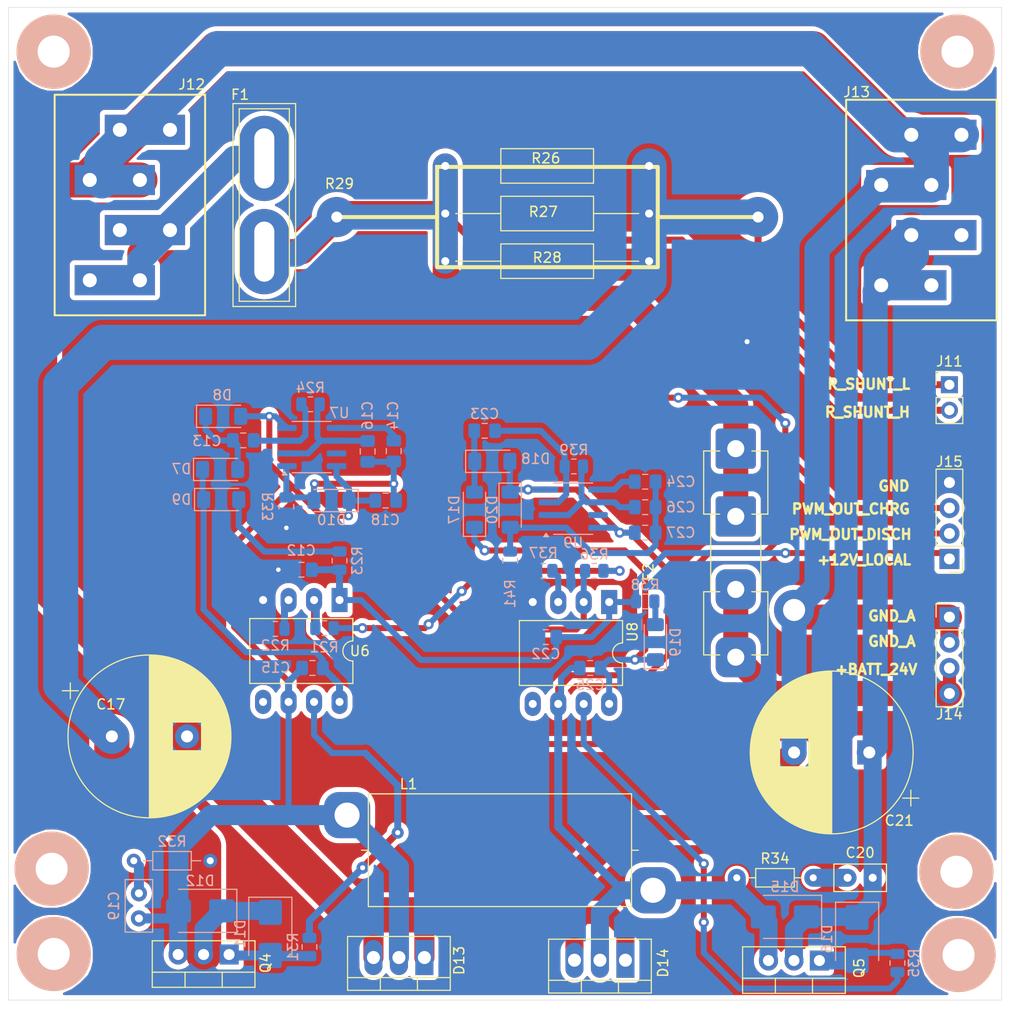
<source format=kicad_pcb>
(kicad_pcb (version 20240108) (generator "pcbnew") (generator_version "8.0")
  (layers (0 "F.Cu" signal) (31 "B.Cu" signal) (34 "B.Paste" user) (35 "F.Paste" user) (36 "B.SilkS" user "B.Silkscreen") (37 "F.SilkS" user "F.Silkscreen") (38 "B.Mask" user) (39 "F.Mask" user) (44 "Edge.Cuts" user))
  (net 0 "")
  (net 1 "GND")
  (net 2 "+5V")
  (net 3 "+12V_LOCAL")
  (net 4 "Net-(D7-A)")
  (net 5 "GNDA")
  (net 6 "Net-(U7-Q)")
  (net 7 "Net-(D10-A)")
  (net 8 "Net-(U7-CV)")
  (net 9 "Net-(D10-K)")
  (net 10 "Net-(D7-K)")
  (net 11 "Net-(U7-THR)")
  (net 12 "R_shunt_L")
  (net 13 "Net-(C19-Pad1)")
  (net 14 "Net-(D15-A1)")
  (net 15 "Net-(C20-Pad1)")
  (net 16 "Net-(D17-A)")
  (net 17 "Net-(U9-Q)")
  (net 18 "Net-(U9-CV)")
  (net 19 "Net-(D20-A)")
  (net 20 "Net-(D17-K)")
  (net 21 "Net-(D14-A)")
  (net 22 "Net-(U9-THR)")
  (net 23 "Net-(D9-A)")
  (net 24 "Net-(D11-A2)")
  (net 25 "Net-(D16-A2)")
  (net 26 "Net-(D19-A)")
  (net 27 "Net-(J12-Pin_3)")
  (net 28 "R_shunt_H")
  (net 29 "+BATT_24V")
  (net 30 "PWM_OUT_CHRG")
  (net 31 "PWM_OUT_DISCH")
  (net 32 "Net-(U6-L_IN)")
  (net 33 "Net-(U6-HO)")
  (net 34 "Net-(U8-HO)")
  (net 35 "Net-(U8-L_IN)")
  (footprint "My-Footprints:Resistor-Power-5W-L22-W10" (layer "F.Cu") (at 44.725 71.9)
    (property "Reference" "R29")
    (property "Value" "20A/75mV")
  )
  (footprint "My-Footprints:TO-220-3_V_Thick_Pads" (layer "F.Cu") (at 75.5 146.0225 180)
    (property "Reference" "D14")
    (property "Value" "YM3045")
  )
  (footprint "My-Footprints-connectors:Flat-6,3mm-connector-4P" (layer "F.Cu") (at 33.6 59.7 -90)
    (property "Reference" "J12")
    (property "Value" "BATT_IN")
  )
  (footprint "My-Footprints:Fuseholder_Clip-5x20mm_Eaton_1A5601-01_Inline_P20.80x6.76mm_D1.70mm_Horizontal" (layer "F.Cu") (at 86.5 115.8 90)
    (property "Reference" "F2")
    (property "Value" "2A")
  )
  (footprint "My-Footprints:Mount-Hole-3mm" (layer "F.Cu") (at 108.5 137.2)
    (property "Reference" "H6")
    (property "Value" "MountingHole")
  )
  (footprint "Package_TO_SOT_THT:TO-220-3_Vertical" (layer "F.Cu") (at 94.84 146.055 180)
    (property "Reference" "Q5")
    (property "Value" "IRF540N")
  )
  (footprint "My-Footprints-connectors:Flat-6,3mm-connector-4P" (layer "F.Cu") (at 97.5 82.2 90)
    (property "Reference" "J13")
    (property "Value" "BATT_OUT")
  )
  (footprint "Resistor_THT:R_Axial_DIN0309_L9.0mm_D3.2mm_P20.32mm_Horizontal" (layer "F.Cu") (at 57.54 71.55)
    (property "Reference" "R27")
    (property "Value" "20A/75mV")
  )
  (footprint "My-Footprints-connectors:PinHeader_1x04_P2.54mm_Vertical_littleBigger" (layer "F.Cu") (at 107.8 111.8)
    (property "Reference" "J14")
    (property "Value" "batt-24V-balancer")
  )
  (footprint "Connector_PinHeader_2.54mm:PinHeader_1x02_P2.54mm_Vertical" (layer "F.Cu") (at 107.8 88.625)
    (property "Reference" "J11")
    (property "Value" "R-Shunt")
  )
  (footprint "Capacitor_THT:CP_Radial_D16.0mm_P7.50mm" (layer "F.Cu") (at 99.812755 125.3 180)
    (property "Reference" "C21")
    (property "Value" "100u/35V")
  )
  (footprint "Package_DIP:DIP-8_W10.16mm_LongPads" (layer "F.Cu") (at 47 110.1 -90)
    (property "Reference" "U6")
    (property "Value" "FAN7382")
  )
  (footprint "My-Footprints-connectors:PinHeader_1x04_P2.54mm_Vertical_littleBigger" (layer "F.Cu") (at 107.8 106 180)
    (property "Reference" "J15")
    (property "Value" "pwm-12v-local")
  )
  (footprint "My-Footprints:Fuse_Blade_ATO_directSolder" (layer "F.Cu") (at 39.5 66.05 -90)
    (property "Reference" "F1")
    (property "Value" "6,3A")
  )
  (footprint "My-Footprints:TO-220-3_V_Thick_Pads" (layer "F.Cu") (at 55.46 145.755 180)
    (property "Reference" "D13")
    (property "Value" "YM3045")
  )
  (footprint "My-Footprints:Mount-Hole-3mm" (layer "F.Cu") (at 108.71 145.5 90)
    (property "Reference" "H4")
    (property "Value" "MountingHole")
  )
  (footprint "My-Footprints:Mount-Hole-3mm" (layer "F.Cu") (at 108.6 55.4 90)
    (property "Reference" "H2")
    (property "Value" "MountingHole")
  )
  (footprint "Capacitor_THT:CP_Radial_D16.0mm_P7.50mm" (layer "F.Cu") (at 24.3 123.7)
    (property "Reference" "C17")
    (property "Value" "100u/35V")
  )
  (footprint "My-Footprints:Mount-Hole-3mm" (layer "F.Cu") (at 18.3 136.9)
    (property "Reference" "H5")
    (property "Value" "MountingHole")
  )
  (footprint "Resistor_THT:R_Axial_DIN0204_L3.6mm_D1.6mm_P7.62mm_Horizontal" (layer "F.Cu") (at 86.6 137.8)
    (property "Reference" "R34")
    (property "Value" "10R")
  )
  (footprint "Package_TO_SOT_THT:TO-220-3_Vertical" (layer "F.Cu") (at 35.99 145.455 180)
    (property "Reference" "Q4")
    (property "Value" "IRF540N")
  )
  (footprint "My-Footprints:Inductor_Toroidal" (layer "F.Cu") (at 47.75 135.05)
    (property "Reference" "L1")
    (property "Value" "L")
  )
  (footprint "Resistor_THT:R_Axial_DIN0309_L9.0mm_D3.2mm_P20.32mm_Horizontal" (layer "F.Cu") (at 57.54 76.3)
    (property "Reference" "R28")
    (property "Value" "20A/75mV")
  )
  (footprint "My-Footprints:Mount-Hole-3mm" (layer "F.Cu") (at 18.5 55.4 90)
    (property "Reference" "H1")
    (property "Value" "MountingHole")
  )
  (footprint "Package_DIP:DIP-8_W10.16mm_LongPads" (layer "F.Cu") (at 73.8805 110.3 -90)
    (property "Reference" "U8")
    (property "Value" "FAN7382")
  )
  (footprint "My-Footprints:Mount-Hole-3mm" (layer "F.Cu") (at 18.51 145.4 90)
    (property "Reference" "H3" (hide yes))
    (property "Value" "MountingHole")
  )
  (footprint "Capacitor_THT:C_Disc_D5.0mm_W2.5mm_P2.50mm" (layer "F.Cu") (at 97.65 137.8)
    (property "Reference" "C20")
    (property "Value" "1u")
  )
  (footprint "Resistor_THT:R_Axial_DIN0309_L9.0mm_D3.2mm_P20.32mm_Horizontal" (layer "F.Cu") (at 57.54 66.8)
    (property "Reference" "R26")
    (property "Value" "20A/75mV")
  )
  (footprint "Resistor_SMD:R_0805_2012Metric" (layer "B.Cu") (at 67.31 107.188)
    (property "Reference" "R37")
    (property "Value" "10k")
  )
  (footprint "Capacitor_SMD:C_0805_2012Metric_Pad1.18x1.45mm_HandSolder" (layer "B.Cu") (at 77.47 100.838 180)
    (property "Reference" "C26")
    (property "Value" "1n")
  )
  (footprint "Resistor_SMD:R_0805_2012Metric" (layer "B.Cu") (at 45.5 112.9 180)
    (property "Reference" "R21")
    (property "Value" "10k")
  )
  (footprint "Diode_SMD:D_MiniMELF" (layer "B.Cu") (at 35.1 97.075)
    (property "Reference" "D7")
    (property "Value" "LL4148")
  )
  (footprint "Capacitor_SMD:C_0805_2012Metric_Pad1.18x1.45mm_HandSolder" (layer "B.Cu") (at 37.4 94.175 180)
    (property "Reference" "C13")
    (property "Value" "10n")
  )
  (footprint "Capacitor_SMD:C_0805_2012Metric_Pad1.18x1.45mm_HandSolder" (layer "B.Cu") (at 49.8 95.275 90)
    (property "Reference" "C16")
    (property "Value" "1n")
  )
  (footprint "Resistor_SMD:R_0805_2012Metric" (layer "B.Cu") (at 47 106.175 -90)
    (property "Reference" "R23")
    (property "Value" "10R")
  )
  (footprint "Diode_SMD:D_SMB" (layer "B.Cu") (at 98.6 143.9 -90)
    (property "Reference" "D16")
    (property "Value" "SM6T15A")
  )
  (footprint "Diode_SMD:D_MiniMELF" (layer "B.Cu") (at 78.486 114.3 90)
    (property "Reference" "D19")
    (property "Value" "LL4148")
  )
  (footprint "Diode_SMD:D_MiniMELF" (layer "B.Cu") (at 35.4 91.775)
    (property "Reference" "D8")
    (property "Value" "LL4148")
  )
  (footprint "Package_SO:SOIC-8_3.9x4.9mm_P1.27mm" (layer "B.Cu") (at 70.293 100.985)
    (property "Reference" "U9")
    (property "Value" "NE555D")
  )
  (footprint "Diode_SMD:D_MiniMELF" (layer "B.Cu") (at 46.2 100.175 180)
    (property "Reference" "D10")
    (property "Value" "BZV55B15")
  )
  (footprint "Package_SO:SOIC-8_3.9x4.9mm_P1.27mm" (layer "B.Cu") (at 44.225 94.84)
    (property "Reference" "U7")
    (property "Value" "NE555D")
  )
  (footprint "Resistor_SMD:R_0805_2012Metric" (layer "B.Cu") (at 72.39 107.188 180)
    (property "Reference" "R36")
    (property "Value" "10k")
  )
  (footprint "Diode_SMD:D_SMB" (layer "B.Cu") (at 40.1 143.4 -90)
    (property "Reference" "D11")
    (property "Value" "SM6T15A")
  )
  (footprint "Resistor_SMD:R_0805_2012Metric" (layer "B.Cu") (at 64.008 106.172 90)
    (property "Reference" "R41")
    (property "Value" "1k")
  )
  (footprint "Diode_SMD:D_SMB" (layer "B.Cu") (at 33.1 141.1 180)
    (property "Reference" "D12")
    (property "Value" "SM6T15A")
  )
  (footprint "Capacitor_SMD:C_0805_2012Metric_Pad1.18x1.45mm_HandSolder" (layer "B.Cu") (at 71.9805 116.875)
    (property "Reference" "C25")
    (property "Value" "100n")
  )
  (footprint "Resistor_THT:R_Axial_DIN0204_L3.6mm_D1.6mm_P7.62mm_Horizontal" (layer "B.Cu") (at 34.11 136.1 180)
    (property "Reference" "R32")
    (property "Value" "10R")
  )
  (footprint "Capacitor_SMD:C_0805_2012Metric_Pad1.18x1.45mm_HandSolder" (layer "B.Cu") (at 67.564 113.792)
    (property "Reference" "C22")
    (property "Value" "100n")
  )
  (footprint "Resistor_SMD:R_0805_2012Metric" (layer "B.Cu") (at 77.47 110.236 180)
    (property "Reference" "R38")
    (property "Value" "10R")
  )
  (footprint "Diode_SMD:D_MiniMELF" (layer "B.Cu") (at 60.452 101.092 90)
    (property "Reference" "D17")
    (property "Value" "LL4148")
  )
  (footprint "Diode_SMD:D_SMB" (layer "B.Cu") (at 91.4 141.7 180)
    (property "Reference" "D15")
    (property "Value" "SM6T15A")
  )
  (footprint "Capacitor_SMD:C_0805_2012Metric_Pad1.18x1.45mm_HandSolder" (layer "B.Cu") (at 52.4 95.2375 90)
    (property "Reference" "C14")
    (property "Value" "10n")
  )
  (footprint "Diode_SMD:D_MiniMELF" (layer "B.Cu") (at 62.23 96.266)
    (property "Reference" "D18")
    (property "Value" "LL4148")
  )
  (footprint "Diode_SMD:D_MiniMELF" (layer "B.Cu") (at 35.2 100.075)
    (property "Reference" "D9")
    (property "Value" "LL4148")
  )
  (footprint "Resistor_SMD:R_0805_2012Metric" (layer "B.Cu") (at 102.616 146.304 90)
    (property "Reference" "R35")
    (property "Value" "10R")
  )
  (footprint "Resistor_SMD:R_0805_2012Metric" (layer "B.Cu") (at 70.358 96.774 180)
    (property "Reference" "R39")
    (property "Value" "100k")
  )
  (footprint "Capacitor_SMD:C_0805_2012Metric_Pad1.18x1.45mm_HandSolder" (layer "B.Cu") (at 51.6 100.175 180)
    (property "Reference" "C18")
    (property "Value" "100n")
  )
  (footprint "Resistor_SMD:R_0805_2012Metric" (layer "B.Cu") (at 40.6 112.975)
    (property "Reference" "R22")
    (property "Value" "10k")
  )
  (footprint "Capacitor_SMD:C_0805_2012Metric_Pad1.18x1.45mm_HandSolder" (layer "B.Cu") (at 77.47 98.298 180)
    (property "Reference" "C24")
    (property "Value" "10n")
  )
  (footprint "Capacitor_SMD:C_0805_2012Metric_Pad1.18x1.45mm_HandSolder" (layer "B.Cu") (at 77.47 103.378 180)
    (property "Reference" "C27")
    (property "Value" "100n")
  )
  (footprint "Diode_SMD:D_MiniMELF" (layer "B.Cu") (at 64.008 101.092 -90)
    (property "Reference" "D20")
    (property "Value" "BZV55B15")
  )
  (footprint "Capacitor_SMD:C_0805_2012Metric_Pad1.18x1.45mm_HandSolder" (layer "B.Cu") (at 61.468 93.218 180)
    (property "Reference" "C23")
    (property "Value" "10n")
  )
  (footprint "Resistor_SMD:R_0805_2012Metric" (layer "B.Cu") (at 44.1 90.575 180)
    (property "Reference" "R24")
    (property "Value" "100k")
  )
  (footprint "Resistor_SMD:R_0805_2012Metric" (layer "B.Cu") (at 44 144.7 -90)
    (property "Reference" "R31")
    (property "Value" "10R")
  )
  (footprint "Capacitor_THT:C_Disc_D5.0mm_W2.5mm_P2.50mm" (layer "B.Cu") (at 27 139.35 -90)
    (property "Reference" "C19")
    (property "Value" "1u")
  )
  (footprint "Capacitor_SMD:C_0805_2012Metric_Pad1.18x1.45mm_HandSolder" (layer "B.Cu") (at 43.2 107.075)
    (property "Reference" "C12")
    (property "Value" "100n")
  )
  (footprint "Resistor_SMD:R_0805_2012Metric" (layer "B.Cu") (at 41.7 100.775 90)
    (property "Reference" "R33")
    (property "Value" "1k")
  )
  (footprint "Capacitor_SMD:C_0805_2012Metric_Pad1.18x1.45mm_HandSolder" (layer "B.Cu") (at 44.3 116.875)
    (property "Reference" "C15")
    (property "Value" "100n")
  )
  (gr_rect (start 14 51) (end 113 150) (stroke (width 0.05)) (fill none) (layer "Edge.Cuts"))
  (gr_text "PWM_OUT_DISCH" (at 91.694 104.14 0) (layer "F.SilkS") (effects (font (size 1 1) (thickness 0.25) (bold yes)) (justify left bottom)))
  (gr_text "GND_A" (at 99.568 112.268 0) (layer "F.SilkS") (effects (font (size 1 1) (thickness 0.25) (bold yes)) (justify left bottom)))
  (gr_text "PWM_OUT_CHRG" (at 91.948 101.6 0) (layer "F.SilkS") (effects (font (size 1 1) (thickness 0.25) (bold yes)) (justify left bottom)))
  (gr_text "R_SHUNT_L" (at 95.504 89.154 0) (layer "F.SilkS") (effects (font (size 1 1) (thickness 0.25) (bold yes)) (justify left bottom)))
  (gr_text "+BATT_24V" (at 96.266 117.602 0) (layer "F.SilkS") (effects (font (size 1 1) (thickness 0.25) (bold yes)) (justify left bottom)))
  (gr_text "R_SHUNT_H" (at 95.25 91.948 0) (layer "F.SilkS") (effects (font (size 1 1) (thickness 0.25) (bold yes)) (justify left bottom)))
  (gr_text "GND_A" (at 99.568 114.808 0) (layer "F.SilkS") (effects (font (size 1 1) (thickness 0.25) (bold yes)) (justify left bottom)))
  (gr_text "+12V_LOCAL" (at 94.488 106.68 0) (layer "F.SilkS") (effects (font (size 1 1) (thickness 0.25) (bold yes)) (justify left bottom)))
  (gr_text "GND" (at 100.584 99.314 0) (layer "F.SilkS") (effects (font (size 1 1) (thickness 0.25) (bold yes)) (justify left bottom)))
  (segment (start 41.7 106.275) (end 40.9 107.075) (width 0.6) (layer "F.Cu") (net 1))
  (segment (start 101.682 98.38) (end 87.63 84.328) (width 0.6) (layer "F.Cu") (net 1))
  (segment (start 107.8 98.38) (end 101.682 98.38) (width 0.6) (layer "F.Cu") (net 1))
  (segment (start 41.7 102.9) (end 41.7 106.275) (width 0.6) (layer "F.Cu") (net 1))
  (via (at 87.63 84.328) (size 1) (drill 0.5) (layers "F.Cu" "B.Cu") (net 1))
  (via (at 40.9 107.075) (size 0.9) (drill 0.45) (layers "F.Cu" "B.Cu") (net 1))
  (via (at 41.7 102.9) (size 0.9) (drill 0.45) (layers "F.Cu" "B.Cu") (net 1))
  (segment (start 87.63 84.328) (end 80.518 84.328) (width 0.6) (layer "B.Cu") (net 1))
  (segment (start 53.878 102.9) (end 55.245 104.267) (width 0.6) (layer "B.Cu") (net 1))
  (segment (start 40.9 107.075) (end 39.35 108.625) (width 0.7) (layer "B.Cu") (net 1))
  (segment (start 66.3975 107.188) (end 64.1115 107.188) (width 0.6) (layer "B.Cu") (net 1))
  (segment (start 55.245 104.267) (end 58.0625 107.0845) (width 0.6) (layer "B.Cu") (net 1))
  (segment (start 41.7 101.6875) (end 41.7 102.9) (width 0.6) (layer "B.Cu") (net 1))
  (segment (start 66.2605 110.3) (end 66.5265 110.566) (width 0.6) (layer "B.Cu") (net 1))
  (segment (start 39.35 108.625) (end 39.38 108.655) (width 0.7) (layer "B.Cu") (net 1))
  (segment (start 58.0625 107.0845) (end 64.008 107.0845) (width 0.6) (layer "B.Cu") (net 1))
  (segment (start 39.6875 110.4075) (end 39.38 110.1) (width 0.8) (layer "B.Cu") (net 1))
  (segment (start 66.2605 110.3) (end 66.2605 107.325) (width 0.6) (layer "B.Cu") (net 1))
  (segment (start 66.5265 110.566) (end 66.5265 113.792) (width 0.6) (layer "B.Cu") (net 1))
  (segment (start 39.38 108.655) (end 39.38 110.1) (width 0.7) (layer "B.Cu") (net 1))
  (segment (start 41.7 102.9) (end 53.878 102.9) (width 0.6) (layer "B.Cu") (net 1))
  (segment (start 39.6875 112.975) (end 39.6875 110.4075) (width 0.8) (layer "B.Cu") (net 1))
  (segment (start 56.134 103.378) (end 55.245 104.267) (width 0.6) (layer "B.Cu") (net 1))
  (segment (start 42.1625 107.075) (end 40.9 107.075) (width 0.7) (layer "B.Cu") (net 1))
  (segment (start 56.134 92.202) (end 56.134 103.378) (width 0.6) (layer "B.Cu") (net 1))
  (segment (start 64.1115 107.188) (end 64.008 107.0845) (width 0.6) (layer "B.Cu") (net 1))
  (segment (start 66.2605 107.325) (end 66.3975 107.188) (width 0.6) (layer "B.Cu") (net 1))
  (segment (start 58.674 89.662) (end 56.134 92.202) (width 0.6) (layer "B.Cu") (net 1))
  (segment (start 75.184 89.662) (end 58.674 89.662) (width 0.6) (layer "B.Cu") (net 1))
  (segment (start 80.518 84.328) (end 75.184 89.662) (width 0.6) (layer "B.Cu") (net 1))
  (segment (start 61.214 107.188) (end 59.182 109.22) (width 0.6) (layer "F.Cu") (net 2))
  (segment (start 74.93 107.188) (end 63.246 107.188) (width 0.6) (layer "F.Cu") (net 2))
  (segment (start 55.502 112.9) (end 55.88 112.522) (width 0.6) (layer "F.Cu") (net 2))
  (segment (start 63.246 107.188) (end 61.214 107.188) (width 0.6) (layer "F.Cu") (net 2))
  (segment (start 49.276 112.9) (end 55.502 112.9) (width 0.6) (layer "F.Cu") (net 2))
  (via (at 59.182 109.22) (size 1) (drill 0.5) (layers "F.Cu" "B.Cu") (net 2))
  (via (at 74.93 107.188) (size 1) (drill 0.5) (layers "F.Cu" "B.Cu") (net 2))
  (via (at 55.88 112.522) (size 1) (drill 0.5) (layers "F.Cu" "B.Cu") (net 2))
  (via (at 49.276 112.9) (size 1) (drill 0.5) (layers "F.Cu" "B.Cu") (net 2))
  (segment (start 49.276 112.9) (end 46.4125 112.9) (width 0.6) (layer "B.Cu") (net 2))
  (segment (start 73.3025 107.188) (end 74.93 107.188) (width 0.6) (layer "B.Cu") (net 2))
  (segment (start 59.182 109.22) (end 55.88 112.522) (width 0.6) (layer "B.Cu") (net 2))
  (segment (start 91.44 105.41) (end 107.21 105.41) (width 0.6) (layer "F.Cu") (net 3))
  (segment (start 107.21 105.41) (end 107.8 106) (width 0.6) (layer "F.Cu") (net 3))
  (via (at 91.44 105.41) (size 1) (drill 0.5) (layers "F.Cu" "B.Cu") (net 3))
  (segment (start 72.136 113.792) (end 73.8805 112.0475) (width 0.6) (layer "B.Cu") (net 3))
  (segment (start 55.118 116.078) (end 67.818 116.078) (width 0.6) (layer "B.Cu") (net 3))
  (segment (start 67.818 116.078) (end 68.6015 115.2945) (width 0.6) (layer "B.Cu") (net 3))
  (segment (start 73.8805 110.3) (end 76.4935 110.3) (width 0.6) (layer "B.Cu") (net 3))
  (segment (start 47 107.0875) (end 47 110.1) (width 0.7) (layer "B.Cu") (net 3))
  (segment (start 76.5575 110.236) (end 76.5575 108.3545) (width 0.6) (layer "B.Cu") (net 3))
  (segment (start 46.9875 107.075) (end 47 107.0875) (width 0.7) (layer "B.Cu") (net 3))
  (segment (start 79.502 105.41) (end 87.376 105.41) (width 0.6) (layer "B.Cu") (net 3))
  (segment (start 47 110.1) (end 49.14 110.1) (width 0.6) (layer "B.Cu") (net 3))
  (segment (start 44.2375 107.075) (end 46.9875 107.075) (width 0.7) (layer "B.Cu") (net 3))
  (segment (start 87.376 105.41) (end 91.44 105.41) (width 0.6) (layer "B.Cu") (net 3))
  (segment (start 68.6015 113.792) (end 72.136 113.792) (width 0.6) (layer "B.Cu") (net 3))
  (segment (start 68.6015 115.2945) (end 68.6015 113.792) (width 0.6) (layer "B.Cu") (net 3))
  (segment (start 76.4935 110.3) (end 76.5575 110.236) (width 0.6) (layer "B.Cu") (net 3))
  (segment (start 49.14 110.1) (end 55.118 116.078) (width 0.6) (layer "B.Cu") (net 3))
  (segment (start 73.8805 112.0475) (end 73.8805 110.3) (width 0.6) (layer "B.Cu") (net 3))
  (segment (start 76.5575 108.3545) (end 77.724 107.188) (width 0.6) (layer "B.Cu") (net 3))
  (segment (start 77.724 107.188) (end 79.502 105.41) (width 0.6) (layer "B.Cu") (net 3))
  (segment (start 36.85 97.075) (end 36.85 94.6625) (width 0.6) (layer "B.Cu") (net 4))
  (segment (start 33.65 93.125) (end 34.7 94.175) (width 0.6) (layer "B.Cu") (net 4))
  (segment (start 36.85 94.6625) (end 36.3625 94.175) (width 0.6) (layer "B.Cu") (net 4))
  (segment (start 34.7 94.175) (end 36.3625 94.175) (width 0.6) (layer "B.Cu") (net 4))
  (segment (start 33.65 91.775) (end 33.65 93.125) (width 0.6) (layer "B.Cu") (net 4))
  (segment (start 92.312755 125.365245) (end 84.878 132.8) (width 2.5) (layer "F.Cu") (net 5))
  (segment (start 107.8 114.34) (end 107.8 111.8) (width 1.8) (layer "F.Cu") (net 5))
  (segment (start 93.02551 111.8) (end 92.312755 111.087245) (width 2.5) (layer "F.Cu") (net 5))
  (segment (start 55.46 145.755) (end 55.46 142.66) (width 2) (layer "F.Cu") (net 5))
  (segment (start 50.5 141.5) (end 50.38 141.62) (width 2) (layer "F.Cu") (net 5))
  (segment (start 17.1 108.1) (end 31.8 122.8) (width 3.5) (layer "F.Cu") (net 5))
  (segment (start 92.312755 125.3) (end 92.312755 125.365245) (width 2.5) (layer "F.Cu") (net 5))
  (segment (start 94.234 55.118) (end 34.798 55.118) (width 3.5) (layer "F.Cu") (net 5))
  (segment (start 19.5 68.2) (end 27.1 68.2) (width 3.5) (layer "F.Cu") (net 5))
  (segment (start 102.816 63.7) (end 94.234 55.118) (width 3.5) (layer "F.Cu") (net 5))
  (segment (start 19.5 68.2) (end 22.1 68.2) (width 2) (layer "F.Cu") (net 5))
  (segment (start 31.8 123.7) (end 31.8 125) (width 3.5) (layer "F.Cu") (net 5))
  (segment (start 74 141.5) (end 70.2 141.5) (width 1.8) (layer "F.Cu") (net 5))
  (segment (start 70.42 141.72) (end 70.2 141.5) (width 1.8) (layer "F.Cu") (net 5))
  (segment (start 48.3 141.5) (end 54.3 141.5) (width 3.5) (layer "F.Cu") (net 5))
  (segment (start 17.1 70.6) (end 17.1 108.1) (width 3.5) (layer "F.Cu") (net 5))
  (segment (start 55.46 142.66) (end 54.3 141.5) (width 2) (layer "F.Cu") (net 5))
  (segment (start 75.3 132.8) (end 70.2 137.9) (width 2.5) (layer "F.Cu") (net 5))
  (segment (start 104 63.7) (end 102.816 63.7) (width 3.5) (layer "F.Cu") (net 5))
  (segment (start 75.5 146.0225) (end 75.5 143) (width 1.8) (layer "F.Cu") (net 5))
  (segment (start 84.878 132.8) (end 75.3 132.8) (width 2.5) (layer "F.Cu") (net 5))
  (segment (start 31.8 125) (end 48.3 141.5) (width 3.5) (layer "F.Cu") (net 5))
  (segment (start 50.38 141.62) (end 50.38 145.755) (width 2) (layer "F.Cu") (net 5))
  (segment (start 70.42 146.0225) (end 70.42 141.72) (width 1.8) (layer "F.Cu") (net 5))
  (segment (start 48.3 141.5) (end 70.2 141.5) (width 3.5) (layer "F.Cu") (net 5))
  (segment (start 70.2 137.9) (end 70.2 141.5) (width 2.5) (layer "F.Cu") (net 5))
  (segment (start 48.3 141.5) (end 50.5 141.5) (width 2) (layer "F.Cu") (net 5))
  (segment (start 34.798 55.118) (end 22.1 67.816) (width 3.5) (layer "F.Cu") (net 5))
  (segment (start 19.5 68.2) (end 17.1 70.6) (width 3.5) (layer "F.Cu") (net 5))
  (segment (start 92.312755 125.3) (end 92.1 125.087245) (width 1.8) (layer "F.Cu") (net 5))
  (segment (start 22.1 67.816) (end 22.1 68.2) (width 3.5) (layer "F.Cu") (net 5))
  (segment (start 107.8 111.8) (end 93.02551 111.8) (width 2.5) (layer "F.Cu") (net 5))
  (segment (start 75.5 143) (end 74 141.5) (width 1.8) (layer "F.Cu") (net 5))
  (segment (start 31.8 122.8) (end 31.8 123.7) (width 3.5) (layer "F.Cu") (net 5))
  (via (at 92.312755 111.087245) (size 4) (drill 2.2) (layers "F.Cu" "B.Cu") (net 5))
  (segment (start 92.312755 111.087245) (end 94.6 108.8) (width 2.5) (layer "B.Cu") (net 5))
  (segment (start 109 63.7) (end 102.5 63.7) (width 3.5) (layer "B.Cu") (net 5))
  (segment (start 106 65.7) (end 104 63.7) (width 3.5) (layer "B.Cu") (net 5))
  (segment (start 23.3 66.3) (end 26.3 63.3) (width 3.5) (layer "B.Cu") (net 5))
  (segment (start 102.5 63.7) (end 93.9 55.1) (width 3.5) (layer "B.Cu") (net 5))
  (segment (start 94.6 75.1) (end 101 68.7) (width 2.5) (layer "B.Cu") (net 5))
  (segment (start 34.9 55.1) (end 26.7 63.3) (width 3.5) (layer "B.Cu") (net 5))
  (segment (start 93.9 55.1) (end 34.9 55.1) (width 3.5) (layer "B.Cu") (net 5))
  (segment (start 23.3 68.3) (end 23.3 66.3) (width 3.5) (layer "B.Cu") (net 5))
  (segment (start 92.312755 125.3) (end 92.312755 111.087245) (width 2.5) (layer "B.Cu") (net 5))
  (segment (start 94.6 108.8) (end 94.6 75.1) (width 2.5) (layer "B.Cu") (net 5))
  (segment (start 106 68.7) (end 106 65.7) (width 3.5) (layer "B.Cu") (net 5))
  (segment (start 106 68.7) (end 101 68.7) (width 3.5) (layer "B.Cu") (net 5))
  (segment (start 43.07 94.205) (end 43.6 93.675) (width 0.6) (layer "B.Cu") (net 6))
  (segment (start 41.75 94.205) (end 38.4675 94.205) (width 0.6) (layer "B.Cu") (net 6))
  (segment (start 41.75 94.205) (end 43.07 94.205) (width 0.6) (layer "B.Cu") (net 6))
  (segment (start 43.6 90.9875) (end 43.1875 90.575) (width 0.6) (layer "B.Cu") (net 6))
  (segment (start 38.4675 94.205) (end 38.4375 94.175) (width 0.6) (layer "B.Cu") (net 6))
  (segment (start 43.6 93.675) (end 43.6 90.9875) (width 0.6) (layer "B.Cu") (net 6))
  (segment (start 44.5 98.5) (end 52.4 98.5) (width 0.6) (layer "F.Cu") (net 7))
  (via (at 52.4 98.5) (size 0.9) (drill 0.45) (layers "F.Cu" "B.Cu") (net 7))
  (via (at 44.5 98.5) (size 0.9) (drill 0.45) (layers "F.Cu" "B.Cu") (net 7))
  (segment (start 49.8 96.3125) (end 52.3625 96.3125) (width 0.6) (layer "B.Cu") (net 7))
  (segment (start 52.4 99.9375) (end 52.6375 100.175) (width 0.6) (layer "B.Cu") (net 7))
  (segment (start 52.3625 96.3125) (end 52.4 96.275) (width 0.6) (layer "B.Cu") (net 7))
  (segment (start 52.4 96.275) (end 52.4 98.5) (width 0.6) (layer "B.Cu") (net 7))
  (segment (start 41.7 99.8625) (end 44.1375 99.8625) (width 0.6) (layer "B.Cu") (net 7))
  (segment (start 44.45 98.55) (end 44.5 98.5) (width 0.6) (layer "B.Cu") (net 7))
  (segment (start 44.1375 99.8625) (end 44.45 100.175) (width 0.6) (layer "B.Cu") (net 7))
  (segment (start 44.45 100.175) (end 44.45 98.55) (width 0.6) (layer "B.Cu") (net 7))
  (segment (start 41.7 96.795) (end 41.75 96.745) (width 0.6) (layer "B.Cu") (net 7))
  (segment (start 52.4 98.5) (end 52.4 99.9375) (width 0.6) (layer "B.Cu") (net 7))
  (segment (start 41.7 99.8625) (end 41.7 96.795) (width 0.6) (layer "B.Cu") (net 7))
  (segment (start 52.4 93.675) (end 52.4 94.2) (width 0.6) (layer "B.Cu") (net 8))
  (segment (start 46.7 92.935) (end 51.66 92.935) (width 0.6) (layer "B.Cu") (net 8))
  (segment (start 51.66 92.935) (end 52.4 93.675) (width 0.6) (layer "B.Cu") (net 8))
  (segment (start 42.3 98.8) (end 40 96.5) (width 0.6) (layer "F.Cu") (net 9))
  (segment (start 36.5 112.8) (end 36.5 104.6) (width 0.6) (layer "F.Cu") (net 9))
  (segment (start 47.9 101.7) (end 45.2 101.7) (width 0.6) (layer "F.Cu") (net 9))
  (segment (start 45.2 101.7) (end 42.3 98.8) (width 0.6) (layer "F.Cu") (net 9))
  (segment (start 41.92 120.26) (end 41.92 118.22) (width 0.6) (layer "F.Cu") (net 9))
  (segment (start 41.92 118.22) (end 36.5 112.8) (width 0.6) (layer "F.Cu") (net 9))
  (segment (start 36.5 104.6) (end 42.3 98.8) (width 0.6) (layer "F.Cu") (net 9))
  (segment (start 40 96.5) (end 40 91.775) (width 0.6) (layer "F.Cu") (net 9))
  (via (at 47.9 101.7) (size 0.9) (drill 0.45) (layers "F.Cu" "B.Cu") (net 9))
  (via (at 40 91.775) (size 0.9) (drill 0.45) (layers "F.Cu" "B.Cu") (net 9))
  (segment (start 47.02 130.82) (end 47.75 131.55) (width 0.6) (layer "B.Cu") (net 9))
  (segment (start 43.2625 116.9125) (end 41.9 118.275) (width 0.7) (layer "B.Cu") (net 9))
  (segment (start 41.92 120.26) (end 41.92 130.83) (width 0.6) (layer "B.Cu") (net 9))
  (segment (start 40 91.775) (end 40.59 91.775) (width 0.6) (layer "B.Cu") (net 9))
  (segment (start 34.15 131.55) (end 30.9 134.8) (width 2) (layer "B.Cu") (net 9))
  (segment (start 47.95 101.65) (end 47.9 101.7) (width 0.6) (layer "B.Cu") (net 9))
  (segment (start 30.95 134.85) (end 30.95 141.1) (width 2) (layer "B.Cu") (net 9))
  (segment (start 43.2625 116.875) (end 43.2625 116.9125) (width 0.7) (layer "B.Cu") (net 9))
  (segment (start 41.92 130.83) (end 41.2 131.55) (width 0.6) (layer "B.Cu") (net 9))
  (segment (start 30.91 141.14) (end 30.95 141.1) (width 1.8) (layer "B.Cu") (net 9))
  (segment (start 50.5625 100.175) (end 47.95 100.175) (width 0.6) (layer "B.Cu") (net 9))
  (segment (start 30.9 134.8) (end 30.95 134.85) (width 2) (layer "B.Cu") (net 9))
  (segment (start 46.7 97.775) (end 46.7 96.745) (width 0.6) (layer "B.Cu") (net 9))
  (segment (start 52.92 145.755) (end 52.92 136.72) (width 2) (layer "B.Cu") (net 9))
  (segment (start 40.59 91.775) (end 41.75 92.935) (width 0.6) (layer "B.Cu") (net 9))
  (segment (start 30.91 145.455) (end 30.91 141.14) (width 1.8) (layer "B.Cu") (net 9))
  (segment (start 47.75 131.55) (end 41.2 131.55) (width 2) (layer "B.Cu") (net 9))
  (segment (start 41.92 118.295) (end 41.92 120.26) (width 0.7) (layer "B.Cu") (net 9))
  (segment (start 37.15 91.775) (end 40 91.775) (width 0.6) (layer "B.Cu") (net 9))
  (segment (start 41.9 118.275) (end 41.92 118.295) (width 0.7) (layer "B.Cu") (net 9))
  (segment (start 30.2 141.85) (end 30.95 141.1) (width 1) (layer "B.Cu") (net 9))
  (segment (start 47.95 100.175) (end 47.95 101.65) (width 0.6) (layer "B.Cu") (net 9))
  (segment (start 27 141.85) (end 30.2 141.85) (width 1) (layer "B.Cu") (net 9))
  (segment (start 41.2 131.55) (end 34.15 131.55) (width 2) (layer "B.Cu") (net 9))
  (segment (start 47.95 100.175) (end 47.95 99.025) (width 0.6) (layer "B.Cu") (net 9))
  (segment (start 52.92 136.72) (end 47.75 131.55) (width 2) (layer "B.Cu") (net 9))
  (segment (start 47.95 99.025) (end 46.7 97.775) (width 0.6) (layer "B.Cu") (net 9))
  (segment (start 44.6 115.3) (end 45.3375 116.0375) (width 0.6) (layer "B.Cu") (net 10))
  (segment (start 33.35 99.975) (end 33.45 100.075) (width 0.6) (layer "B.Cu") (net 10))
  (segment (start 45.3375 116.875) (end 47 118.5375) (width 0.7) (layer "B.Cu") (net 10))
  (segment (start 45.3375 116.0375) (end 45.3375 116.875) (width 0.6) (layer "B.Cu") (net 10))
  (segment (start 33.45 111.05) (end 37.7 115.3) (width 0.6) (layer "B.Cu") (net 10))
  (segment (start 47 118.5375) (end 47 120.26) (width 0.7) (layer "B.Cu") (net 10))
  (segment (start 33.45 100.075) (end 33.45 111.05) (width 0.6) (layer "B.Cu") (net 10))
  (segment (start 33.35 97.075) (end 33.35 99.975) (width 0.6) (layer "B.Cu") (net 10))
  (segment (start 37.7 115.3) (end 44.6 115.3) (width 0.6) (layer "B.Cu") (net 10))
  (segment (start 45.13 94.205) (end 44.8 93.875) (width 0.6) (layer "B.Cu") (net 11))
  (segment (start 46.7 94.205) (end 45.13 94.205) (width 0.6) (layer "B.Cu") (net 11))
  (segment (start 43.86 95.475) (end 45.13 94.205) (width 0.6) (layer "B.Cu") (net 11))
  (segment (start 44.8 90.7875) (end 45.0125 90.575) (width 0.6) (layer "B.Cu") (net 11))
  (segment (start 41.75 95.475) (end 43.86 95.475) (width 0.6) (layer "B.Cu") (net 11))
  (segment (start 46.7 94.205) (end 49.7675 94.205) (width 0.6) (layer "B.Cu") (net 11))
  (segment (start 44.8 93.875) (end 44.8 90.7875) (width 0.6) (layer "B.Cu") (net 11))
  (segment (start 49.7675 94.205) (end 49.8 94.2375) (width 0.6) (layer "B.Cu") (net 11))
  (segment (start 88.725 78.311) (end 88.725 71.9) (width 0.7) (layer "F.Cu") (net 12))
  (segment (start 99.039 88.625) (end 88.725 78.311) (width 0.7) (layer "F.Cu") (net 12))
  (segment (start 33.45 134.65) (end 24.3 125.5) (width 3.5) (layer "F.Cu") (net 12))
  (segment (start 33.45 145.455) (end 33.45 134.65) (width 3.5) (layer "F.Cu") (net 12))
  (segment (start 107.8 88.625) (end 99.039 88.625) (width 0.7) (layer "F.Cu") (net 12))
  (segment (start 24.3 125.5) (end 24.3 123.7) (width 3.5) (layer "F.Cu") (net 12))
  (segment (start 23.4 84.4) (end 71.71 84.4) (width 3.5) (layer "B.Cu") (net 12))
  (segment (start 71.6 84.4) (end 77.86 78.14) (width 2.5) (layer "B.Cu") (net 12))
  (segment (start 39.95 141.1) (end 40.1 141.25) (width 1.8) (layer "B.Cu") (net 12))
  (segment (start 19.2 118.6) (end 19.2 88.6) (width 3.5) (layer "B.Cu") (net 12))
  (segment (start 77.86 66.8) (end 77.86 74.85) (width 2.5) (layer "B.Cu") (net 12))
  (segment (start 78.21 71.9) (end 77.86 71.55) (width 3.5) (layer "B.Cu") (net 12))
  (segment (start 33.45 142.9) (end 35.25 141.1) (width 1.8) (layer "B.Cu") (net 12))
  (segment (start 77.86 78.14) (end 77.86 76.3) (width 2.5) (layer "B.Cu") (net 12))
  (segment (start 77.86 78.25) (end 77.86 74.85) (width 2.5) (layer "B.Cu") (net 12))
  (segment (start 33.45 145.455) (end 33.45 142.9) (width 1.8) (layer "B.Cu") (net 12))
  (segment (start 88.725 71.9) (end 78.21 71.9) (width 3.5) (layer "B.Cu") (net 12))
  (segment (start 23.4 84.4) (end 71.6 84.4) (width 2.5) (layer "B.Cu") (net 12))
  (segment (start 35.25 141.1) (end 39.95 141.1) (width 1.8) (layer "B.Cu") (net 12))
  (segment (start 24.3 123.7) (end 19.2 118.6) (width 3.5) (layer "B.Cu") (net 12))
  (segment (start 19.2 88.6) (end 23.4 84.4) (width 3.5) (layer "B.Cu") (net 12))
  (segment (start 77.86 78.25) (end 77.86 66.8) (width 3.5) (layer "B.Cu") (net 12))
  (segment (start 77.86 74.85) (end 77.86 76.3) (width 2.5) (layer "B.Cu") (net 12))
  (segment (start 71.71 84.4) (end 77.86 78.25) (width 3.5) (layer "B.Cu") (net 12))
  (segment (start 27 139.35) (end 27 136.61) (width 1) (layer "B.Cu") (net 13))
  (segment (start 27 136.61) (end 26.49 136.1) (width 1) (layer "B.Cu") (net 13))
  (segment (start 92.3 146.055) (end 92.3 142.95) (width 1.8) (layer "B.Cu") (net 14))
  (segment (start 100.15 125.637245) (end 100.15 137.8) (width 1.8) (layer "B.Cu") (net 14))
  (segment (start 101 78.7) (end 101 76.7) (width 3.5) (layer "B.Cu") (net 14))
  (segment (start 100.15 137.8) (end 100.15 140.2) (width 1.8) (layer "B.Cu") (net 14))
  (segment (start 98.55 141.7) (end 98.6 141.75) (width 1.8) (layer "B.Cu") (net 14))
  (segment (start 101 78.7) (end 104 75.7) (width 3.5) (layer "B.Cu") (net 14))
  (segment (start 93.55 141.7) (end 98.55 141.7) (width 1.8) (layer "B.Cu") (net 14))
  (segment (start 100.4 79.3) (end 101 78.7) (width 2.5) (layer "B.Cu") (net 14))
  (segment (start 104 75.7) (end 104 73.7) (width 3.5) (layer "B.Cu") (net 14))
  (segment (start 99.812755 125.3) (end 100.15 125.637245) (width 1.8) (layer "B.Cu") (net 14))
  (segment (start 99.812755 125.3) (end 100.4 124.712755) (width 2.5) (layer "B.Cu") (net 14))
  (segment (start 100.4 124.712755) (end 100.4 79.3) (width 2.5) (layer "B.Cu") (net 14))
  (segment (start 92.3 142.95) (end 93.55 141.7) (width 1.8) (layer "B.Cu") (net 14))
  (segment (start 101 76.7) (end 104 73.7) (width 3.5) (layer "B.Cu") (net 14))
  (segment (start 100.15 140.2) (end 98.6 141.75) (width 1.8) (layer "B.Cu") (net 14))
  (segment (start 94.22 137.8) (end 97.65 137.8) (width 1.8) (layer "B.Cu") (net 15))
  (segment (start 60.452 96.294) (end 60.48 96.266) (width 0.6) (layer "B.Cu") (net 16))
  (segment (start 60.4305 96.2165) (end 60.4305 93.218) (width 0.6) (layer "B.Cu") (net 16))
  (segment (start 60.452 99.342) (end 60.452 96.294) (width 0.6) (layer "B.Cu") (net 16))
  (segment (start 60.48 96.266) (end 60.4305 96.2165) (width 0.6) (layer "B.Cu") (net 16))
  (segment (start 62.5055 93.218) (end 67.056 93.218) (width 0.6) (layer "B.Cu") (net 17))
  (segment (start 68.814 100.35) (end 69.596 99.568) (width 0.6) (layer "B.Cu") (net 17))
  (segment (start 69.596 96.9245) (end 69.4455 96.774) (width 0.6) (layer "B.Cu") (net 17))
  (segment (start 67.818 100.35) (end 68.814 100.35) (width 0.6) (layer "B.Cu") (net 17))
  (segment (start 69.4455 95.6075) (end 69.4455 96.774) (width 0.6) (layer "B.Cu") (net 17))
  (segment (start 69.596 99.568) (end 69.596 96.9245) (width 0.6) (layer "B.Cu") (net 17))
  (segment (start 67.056 93.218) (end 69.4455 95.6075) (width 0.6) (layer "B.Cu") (net 17))
  (segment (start 72.768 99.08) (end 74.402 99.08) (width 0.6) (layer "B.Cu") (net 18))
  (segment (start 74.402 99.08) (end 75.184 98.298) (width 0.6) (layer "B.Cu") (net 18))
  (segment (start 75.184 98.298) (end 76.4325 98.298) (width 0.6) (layer "B.Cu") (net 18))
  (segment (start 78.5075 103.378) (end 78.5075 98.298) (width 0.6) (layer "B.Cu") (net 19))
  (segment (start 67.818 102.89) (end 69.616 102.89) (width 0.6) (layer "B.Cu") (net 19))
  (segment (start 67.818 102.89) (end 64.056 102.89) (width 0.6) (layer "B.Cu") (net 19))
  (segment (start 77.724 105.41) (end 78.5075 104.6265) (width 0.6) (layer "B.Cu") (net 19))
  (segment (start 72.136 105.41) (end 77.724 105.41) (width 0.6) (layer "B.Cu") (net 19))
  (segment (start 64.056 102.89) (end 64.008 102.842) (width 0.6) (layer "B.Cu") (net 19))
  (segment (start 64.008 102.842) (end 64.008 105.2595) (width 0.6) (layer "B.Cu") (net 19))
  (segment (start 69.616 102.89) (end 72.136 105.41) (width 0.6) (layer "B.Cu") (net 19))
  (segment (start 78.5075 104.6265) (end 78.5075 103.378) (width 0.6) (layer "B.Cu") (net 19))
  (segment (start 77.47 107.188) (end 77.47 115.034) (width 0.6) (layer "F.Cu") (net 20))
  (segment (start 61.468 105.156) (end 75.438 105.156) (width 0.6) (layer "F.Cu") (net 20))
  (segment (start 77.47 115.034) (end 76.454 116.05) (width 0.6) (layer "F.Cu") (net 20))
  (segment (start 75.438 105.156) (end 77.47 107.188) (width 0.6) (layer "F.Cu") (net 20))
  (via (at 61.468 105.156) (size 1) (drill 0.5) (layers "F.Cu" "B.Cu") (net 20))
  (via (at 76.454 116.05) (size 1) (drill 0.5) (layers "F.Cu" "B.Cu") (net 20))
  (segment (start 76.454 116.05) (end 73.843 116.05) (width 0.6) (layer "B.Cu") (net 20))
  (segment (start 78.486 116.05) (end 76.454 116.05) (width 0.6) (layer "B.Cu") (net 20))
  (segment (start 73.018 116.875) (end 73.8805 117.7375) (width 0.6) (layer "B.Cu") (net 20))
  (segment (start 60.452 104.14) (end 61.468 105.156) (width 0.6) (layer "B.Cu") (net 20))
  (segment (start 73.8805 117.7375) (end 73.8805 120.46) (width 0.6) (layer "B.Cu") (net 20))
  (segment (start 73.843 116.05) (end 73.018 116.875) (width 0.6) (layer "B.Cu") (net 20))
  (segment (start 60.452 102.842) (end 60.452 104.14) (width 0.6) (layer "B.Cu") (net 20))
  (segment (start 79.756 115.57) (end 77.724 117.602) (width 0.6) (layer "F.Cu") (net 21))
  (segment (start 74.93 103.378) (end 75.946 103.378) (width 0.6) (layer "F.Cu") (net 21))
  (segment (start 79.756 107.188) (end 79.756 115.57) (width 0.6) (layer "F.Cu") (net 21))
  (segment (start 74.93 103.378) (end 70.632 99.08) (width 0.6) (layer "F.Cu") (net 21))
  (segment (start 75.946 103.378) (end 79.756 107.188) (width 0.6) (layer "F.Cu") (net 21))
  (segment (start 70.632 99.08) (end 65.786 99.08) (width 0.6) (layer "F.Cu") (net 21))
  (segment (start 68.8005 118.9055) (end 68.8005 120.46) (width 0.6) (layer "F.Cu") (net 21))
  (segment (start 77.724 117.602) (end 70.104 117.602) (width 0.6) (layer "F.Cu") (net 21))
  (segment (start 70.104 117.602) (end 68.8005 118.9055) (width 0.6) (layer "F.Cu") (net 21))
  (via (at 74.93 103.378) (size 1) (drill 0.5) (layers "F.Cu" "B.Cu") (net 21))
  (via (at 65.786 99.08) (size 1) (drill 0.5) (layers "F.Cu" "B.Cu") (net 21))
  (segment (start 65.786 99.08) (end 64.27 99.08) (width 0.6) (layer "B.Cu") (net 21))
  (segment (start 89.76 146.055) (end 89.76 142.21) (width 1.8) (layer "B.Cu") (net 21))
  (segment (start 74.93 103.378) (end 74.442 102.89) (width 0.6) (layer "B.Cu") (net 21))
  (segment (start 69.088 120.1725) (end 68.8005 120.46) (width 0.6) (layer "B.Cu") (net 21))
  (segment (start 64.27 99.08) (end 64.008 99.342) (width 0.6) (layer "B.Cu") (net 21))
  (segment (start 63.98 99.314) (end 63.98 96.266) (width 0.6) (layer "B.Cu") (net 21))
  (segment (start 72.96 146.0225) (end 72.96 141.24) (width 1.8) (layer "B.Cu") (net 21))
  (segment (start 89.76 142.21) (end 89.25 141.7) (width 1.8) (layer "B.Cu") (net 21))
  (segment (start 72.96 141.24) (end 75.15 139.05) (width 1.8) (layer "B.Cu") (net 21))
  (segment (start 75.15 139.05) (end 78.25 139.05) (width 1.8) (layer "B.Cu") (net 21))
  (segment (start 68.8005 132.7005) (end 75.15 139.05) (width 0.8) (layer "B.Cu") (net 21))
  (segment (start 69.088 117.856) (end 69.088 120.1725) (width 0.6) (layer "B.Cu") (net 21))
  (segment (start 64.008 99.342) (end 63.98 99.314) (width 0.6) (layer "B.Cu") (net 21))
  (segment (start 86.6 139.05) (end 89.25 141.7) (width 1.8) (layer "B.Cu") (net 21))
  (segment (start 78.25 139.05) (end 86.6 139.05) (width 1.8) (layer "B.Cu") (net 21))
  (segment (start 68.8005 120.46) (end 68.8005 132.7005) (width 0.8) (layer "B.Cu") (net 21))
  (segment (start 70.069 116.875) (end 69.088 117.856) (width 0.6) (layer "B.Cu") (net 21))
  (segment (start 74.442 102.89) (end 72.768 102.89) (width 0.6) (layer "B.Cu") (net 21))
  (segment (start 86.6 137.8) (end 86.6 139.05) (width 1.8) (layer "B.Cu") (net 21))
  (segment (start 67.818 99.08) (end 65.786 99.08) (width 0.6) (layer "B.Cu") (net 21))
  (segment (start 76.4325 103.378) (end 74.93 103.378) (width 0.6) (layer "B.Cu") (net 21))
  (segment (start 70.943 116.875) (end 70.069 116.875) (width 0.6) (layer "B.Cu") (net 21))
  (segment (start 72.768 100.35) (end 74.442 100.35) (width 0.6) (layer "B.Cu") (net 22))
  (segment (start 71.12 96.9245) (end 71.2705 96.774) (width 0.6) (layer "B.Cu") (net 22))
  (segment (start 74.93 100.838) (end 76.4325 100.838) (width 0.6) (layer "B.Cu") (net 22))
  (segment (start 69.83 101.62) (end 71.374 100.076) (width 0.6) (layer "B.Cu") (net 22))
  (segment (start 71.12 99.822) (end 71.12 96.9245) (width 0.6) (layer "B.Cu") (net 22))
  (segment (start 71.648 100.35) (end 71.374 100.076) (width 0.6) (layer "B.Cu") (net 22))
  (segment (start 67.818 101.62) (end 69.83 101.62) (width 0.6) (layer "B.Cu") (net 22))
  (segment (start 74.442 100.35) (end 74.93 100.838) (width 0.6) (layer "B.Cu") (net 22))
  (segment (start 72.768 100.35) (end 71.648 100.35) (width 0.6) (layer "B.Cu") (net 22))
  (segment (start 71.374 100.076) (end 71.12 99.822) (width 0.6) (layer "B.Cu") (net 22))
  (segment (start 36.95 102.725) (end 36.95 100.075) (width 0.6) (layer "B.Cu") (net 23))
  (segment (start 47 105.2625) (end 39.4875 105.2625) (width 0.6) (layer "B.Cu") (net 23))
  (segment (start 39.4875 105.2625) (end 36.95 102.725) (width 0.6) (layer "B.Cu") (net 23))
  (segment (start 44 145.6125) (end 40.1625 145.6125) (width 1) (layer "B.Cu") (net 24))
  (segment (start 40.1 145.55) (end 36.085 145.55) (width 1) (layer "B.Cu") (net 24))
  (segment (start 36.085 145.55) (end 35.99 145.455) (width 1) (layer "B.Cu") (net 24))
  (segment (start 40.1625 145.6125) (end 40.1 145.55) (width 1) (layer "B.Cu") (net 24))
  (segment (start 99.362 145.288) (end 98.6 146.05) (width 0.6) (layer "B.Cu") (net 25))
  (segment (start 98.6 146.05) (end 94.845 146.05) (width 1.8) (layer "B.Cu") (net 25))
  (segment (start 102.5125 145.288) (end 99.362 145.288) (width 0.6) (layer "B.Cu") (net 25))
  (segment (start 102.616 145.3915) (end 102.5125 145.288) (width 0.6) (layer "B.Cu") (net 25))
  (segment (start 94.845 146.05) (end 94.84 146.055) (width 1.8) (layer "B.Cu") (net 25))
  (segment (start 78.486 110.3395) (end 78.3825 110.236) (width 0.6) (layer "B.Cu") (net 26))
  (segment (start 78.486 112.55) (end 78.486 110.3395) (width 0.6) (layer "B.Cu") (net 26))
  (segment (start 27.1 75.516) (end 27.1 78.2) (width 2.5) (layer "F.Cu") (net 27))
  (segment (start 36.566 66.05) (end 27.1 75.516) (width 2.5) (layer "F.Cu") (net 27))
  (segment (start 39.5 66.05) (end 36.566 66.05) (width 2.5) (layer "F.Cu") (net 27))
  (segment (start 30.1 73.2) (end 30.1 72.5) (width 2.5) (layer "B.Cu") (net 27))
  (segment (start 27.1 78.2) (end 27.1 76.2) (width 2.5) (layer "B.Cu") (net 27))
  (segment (start 30.1 72.5) (end 36.55 66.05) (width 2.5) (layer "B.Cu") (net 27))
  (segment (start 36.55 66.05) (end 39.5 66.05) (width 2.5) (layer "B.Cu") (net 27))
  (segment (start 27.1 76.2) (end 30.1 73.2) (width 2.5) (layer "B.Cu") (net 27))
  (segment (start 57.54 77.54) (end 57.54 66.8) (width 2.5) (layer "F.Cu") (net 28))
  (segment (start 47.075 71.55) (end 46.725 71.9) (width 2.5) (layer "F.Cu") (net 28))
  (segment (start 86.5 101.76) (end 86.5 90.7) (width 2.5) (layer "F.Cu") (net 28))
  (segment (start 98.065 91.165) (end 81.1 74.2) (width 0.7) (layer "F.Cu") (net 28))
  (segment (start 46.718 71.9) (end 43.268 75.35) (width 2.5) (layer "F.Cu") (net 28))
  (segment (start 43.268 75.35) (end 39.5 75.35) (width 2.5) (layer "F.Cu") (net 28))
  (segment (start 86.5 90.7) (end 75.8 80) (width 2.5) (layer "F.Cu") (net 28))
  (segment (start 107.8 91.165) (end 98.065 91.165) (width 0.7) (layer "F.Cu") (net 28))
  (segment (start 60 80) (end 57.54 77.54) (width 2.5) (layer "F.Cu") (net 28))
  (segment (start 57.54 71.55) (end 47.075 71.55) (width 2.5) (layer "F.Cu") (net 28))
  (segment (start 46.725 71.9) (end 46.718 71.9) (width 2.5) (layer "F.Cu") (net 28))
  (segment (start 60.19 74.2) (end 57.54 71.55) (width 0.7) (layer "F.Cu") (net 28))
  (segment (start 81.1 74.2) (end 60.19 74.2) (width 0.7) (layer "F.Cu") (net 28))
  (segment (start 75.8 80) (end 60 80) (width 2.5) (layer "F.Cu") (net 28))
  (segment (start 46.725 71.9) (end 46.4 71.9) (width 2.5) (layer "B.Cu") (net 28))
  (segment (start 46.4 71.9) (end 42.7 75.6) (width 2.5) (layer "B.Cu") (net 28))
  (segment (start 57.54 66.8) (end 57.54 71.6) (width 2.5) (layer "B.Cu") (net 28))
  (segment (start 39.75 75.6) (end 39.5 75.35) (width 2.5) (layer "B.Cu") (net 28))
  (segment (start 57.54 71.6) (end 57.54 76.3) (width 2.5) (layer "B.Cu") (net 28))
  (segment (start 42.7 75.6) (end 39.75 75.6) (width 2.5) (layer "B.Cu") (net 28))
  (segment (start 57.24 71.9) (end 57.54 71.6) (width 2.5) (layer "B.Cu") (net 28))
  (segment (start 46.725 71.9) (end 57.24 71.9) (width 2.5) (layer "B.Cu") (net 28))
  (segment (start 107.8 116.88) (end 107.8 119.42) (width 1.3) (layer "F.Cu") (net 29))
  (segment (start 107.8 119.42) (end 90.12 119.42) (width 2.5) (layer "F.Cu") (net 29))
  (segment (start 90.12 119.42) (end 86.5 115.8) (width 2.5) (layer "F.Cu") (net 29))
  (segment (start 86.5 115.8) (end 86.5 109.04) (width 2.5) (layer "F.Cu") (net 29))
  (segment (start 91.44 95.504) (end 96.856 100.92) (width 0.6) (layer "F.Cu") (net 30))
  (segment (start 59.944 89.916) (end 56.896 92.964) (width 0.6) (layer "F.Cu") (net 30))
  (segment (start 60.452 113.03) (end 70.612 113.03) (width 0.6) (layer "F.Cu") (net 30))
  (segment (start 70.612 113.03) (end 71.3405 112.3015) (width 0.6) (layer "F.Cu") (net 30))
  (segment (start 96.856 100.92) (end 107.8 100.92) (width 0.6) (layer "F.Cu") (net 30))
  (segment (start 56.896 109.474) (end 60.452 113.03) (width 0.6) (layer "F.Cu") (net 30))
  (segment (start 56.896 92.964) (end 56.896 109.474) (width 0.6) (layer "F.Cu") (net 30))
  (segment (start 71.3405 112.3015) (end 71.3405 110.3) (width 0.6) (layer "F.Cu") (net 30))
  (segment (start 80.772 89.916) (end 59.944 89.916) (width 0.6) (layer "F.Cu") (net 30))
  (segment (start 91.44 92.456) (end 91.44 95.504) (width 0.6) (layer "F.Cu") (net 30))
  (via (at 91.44 92.456) (size 1) (drill 0.5) (layers "F.Cu" "B.Cu") (net 30))
  (via (at 80.772 89.916) (size 1) (drill 0.5) (layers "F.Cu" "B.Cu") (net 30))
  (segment (start 80.772 89.916) (end 88.9 89.916) (width 0.6) (layer "B.Cu") (net 30))
  (segment (start 71.3405 107.325) (end 71.4775 107.188) (width 0.6) (layer "B.Cu") (net 30))
  (segment (start 88.9 89.916) (end 91.44 92.456) (width 0.6) (layer "B.Cu") (net 30))
  (segment (start 71.3405 110.3) (end 71.3405 107.325) (width 0.6) (layer "B.Cu") (net 30))
  (segment (start 81.788 119.126) (end 81.788 107.442) (width 0.6) (layer "F.Cu") (net 31))
  (segment (start 76.454 124.46) (end 81.788 119.126) (width 0.6) (layer "F.Cu") (net 31))
  (segment (start 83.82 105.41) (end 89.408 105.41) (width 0.6) (layer "F.Cu") (net 31))
  (segment (start 89.408 105.41) (end 91.358 103.46) (width 0.6) (layer "F.Cu") (net 31))
  (segment (start 55.88 124.46) (end 76.454 124.46) (width 0.6) (layer "F.Cu") (net 31))
  (segment (start 44.46 113.04) (end 55.88 124.46) (width 0.6) (layer "F.Cu") (net 31))
  (segment (start 81.788 107.442) (end 83.82 105.41) (width 0.6) (layer "F.Cu") (net 31))
  (segment (start 44.46 110.1) (end 44.46 113.04) (width 0.6) (layer "F.Cu") (net 31))
  (segment (start 91.358 103.46) (end 107.8 103.46) (width 0.6) (layer "F.Cu") (net 31))
  (segment (start 44.6875 112.8) (end 44.6875 110.3275) (width 0.7) (layer "B.Cu") (net 31))
  (segment (start 44.6875 110.3275) (end 44.46 110.1) (width 0.7) (layer "B.Cu") (net 31))
  (segment (start 44.5875 112.9) (end 44.6875 112.8) (width 0.7) (layer "B.Cu") (net 31))
  (segment (start 41.5125 112.975) (end 41.5125 110.5075) (width 0.7) (layer "B.Cu") (net 32))
  (segment (start 41.5125 110.5075) (end 41.92 110.1) (width 0.7) (layer "B.Cu") (net 32))
  (segment (start 49.3 136.8) (end 52.8 133.3) (width 0.7) (layer "F.Cu") (net 33))
  (via (at 49.3 136.8) (size 1.2) (drill 0.5) (layers "F.Cu" "B.Cu") (net 33))
  (via (at 52.8 133.3) (size 1.2) (drill 0.5) (layers "F.Cu" "B.Cu") (net 33))
  (segment (start 52.8 133.3) (end 52.8 128.6) (width 0.7) (layer "B.Cu") (net 33))
  (segment (start 46.26 125.36) (end 44.46 123.56) (width 0.6) (layer "B.Cu") (net 33))
  (segment (start 49.56 125.36) (end 46.26 125.36) (width 0.6) (layer "B.Cu") (net 33))
  (segment (start 44.46 123.56) (end 44.46 120.26) (width 0.6) (layer "B.Cu") (net 33))
  (segment (start 52.8 128.6) (end 49.56 125.36) (width 0.7) (layer "B.Cu") (net 33))
  (segment (start 44 142.1) (end 49.3 136.8) (width 0.7) (layer "B.Cu") (net 33))
  (segment (start 44 143.7875) (end 44 142.1) (width 0.7) (layer "B.Cu") (net 33))
  (segment (start 83.312 142.24) (end 83.312 136.398) (width 0.6) (layer "F.Cu") (net 34))
  (via (at 83.312 142.24) (size 1) (drill 0.5) (layers "F.Cu" "B.Cu") (net 34))
  (via (at 83.312 136.398) (size 1) (drill 0.5) (layers "F.Cu" "B.Cu") (net 34))
  (segment (start 102.616 148.082) (end 101.854 148.844) (width 0.6) (layer "B.Cu") (net 34))
  (segment (start 101.854 148.844) (end 86.868 148.844) (width 0.6) (layer "B.Cu") (net 34))
  (segment (start 83.312 136.398) (end 71.3405 124.4265) (width 0.6) (layer "B.Cu") (net 34))
  (segment (start 71.3405 124.4265) (end 71.3405 120.46) (width 0.6) (layer "B.Cu") (net 34))
  (segment (start 86.868 148.844) (end 83.312 145.288) (width 0.6) (layer "B.Cu") (net 34))
  (segment (start 83.312 145.288) (end 83.312 142.24) (width 0.6) (layer "B.Cu") (net 34))
  (segment (start 102.616 147.2165) (end 102.616 148.082) (width 0.6) (layer "B.Cu") (net 34))
  (segment (start 68.8005 107.766) (end 68.2225 107.188) (width 0.6) (layer "B.Cu") (net 35))
  (segment (start 68.8005 110.3) (end 68.8005 107.766) (width 0.6) (layer "B.Cu") (net 35))
  (zone (net 1) (net_name "GND") (layers "F&B.Cu") (connect_pads yes (clearance 0.5)) (min_thickness 0.25) (fill yes (thermal_gap 0.5) (thermal_bridge_width 0.5))
    (polygon (pts (xy 13.522 50.938) (xy 112.522 50.938) (xy 112.522 149.938) (xy 13.522 149.938)))
  )
)
</source>
